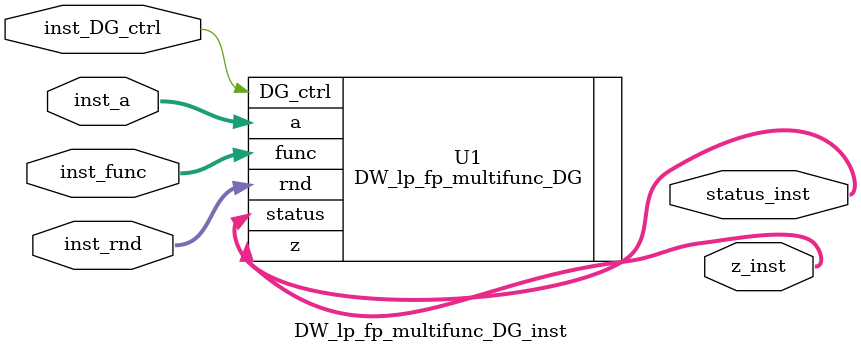
<source format=v>
module DW_lp_fp_multifunc_DG_inst( inst_a, inst_func, inst_rnd, inst_DG_ctrl, z_inst, status_inst );

parameter sig_width = 23;
parameter exp_width = 8;
parameter ieee_compliance = 0;
parameter func_select = 127;
parameter faithful_round = 1;
parameter pi_multiple = 1;

input [sig_width+exp_width : 0] inst_a;
input [15 : 0] inst_func;
input [2 : 0] inst_rnd;
input inst_DG_ctrl;
output [sig_width+exp_width : 0] z_inst;
output [7 : 0] status_inst;

    // Instance of DW_lp_fp_multifunc_DG
    DW_lp_fp_multifunc_DG #(sig_width, exp_width, ieee_compliance, func_select, faithful_round, pi_multiple) U1 (
			.a(inst_a),
			.func(inst_func),
			.rnd(inst_rnd),
			.DG_ctrl(inst_DG_ctrl),
			.z(z_inst),
			.status(status_inst) );

endmodule

</source>
